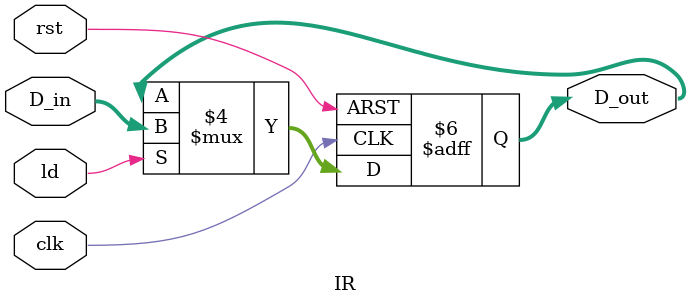
<source format=v>
`timescale 1ns / 1ps


module IR(
    input 				 clk,
    input 				 rst,
    input 				 ld,
    input 		[15:0] D_in,
    output reg	[15:0] D_out
    );
	 
	 always @(posedge clk or posedge rst)
		if(rst == 1)
			D_out = 16'b0;
		else
			if(ld)
				D_out = D_in;
			else
				D_out = D_out;

endmodule

</source>
